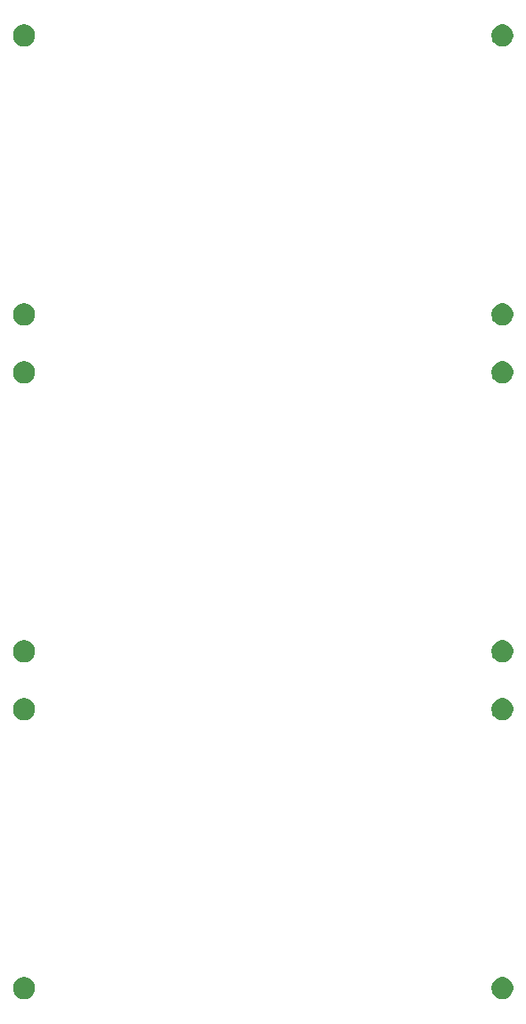
<source format=gbr>
G04 #@! TF.GenerationSoftware,KiCad,Pcbnew,5.1.5+dfsg1-2build2*
G04 #@! TF.CreationDate,2022-03-04T19:21:09-05:00*
G04 #@! TF.ProjectId,,58585858-5858-4585-9858-585858585858,rev?*
G04 #@! TF.SameCoordinates,Original*
G04 #@! TF.FileFunction,Soldermask,Bot*
G04 #@! TF.FilePolarity,Negative*
%FSLAX46Y46*%
G04 Gerber Fmt 4.6, Leading zero omitted, Abs format (unit mm)*
G04 Created by KiCad (PCBNEW 5.1.5+dfsg1-2build2) date 2022-03-04 19:21:09*
%MOMM*%
%LPD*%
G04 APERTURE LIST*
%ADD10C,0.100000*%
G04 APERTURE END LIST*
D10*
G36*
X90013416Y-139958959D02*
G01*
X90204592Y-140038147D01*
X90204594Y-140038148D01*
X90376648Y-140153111D01*
X90522969Y-140299432D01*
X90637933Y-140471488D01*
X90717121Y-140662664D01*
X90757490Y-140865614D01*
X90757490Y-141072546D01*
X90717121Y-141275496D01*
X90637933Y-141466672D01*
X90637932Y-141466674D01*
X90522969Y-141638728D01*
X90376648Y-141785049D01*
X90204594Y-141900012D01*
X90204593Y-141900013D01*
X90204592Y-141900013D01*
X90013416Y-141979201D01*
X89810466Y-142019570D01*
X89603534Y-142019570D01*
X89400584Y-141979201D01*
X89209408Y-141900013D01*
X89209407Y-141900013D01*
X89209406Y-141900012D01*
X89037352Y-141785049D01*
X88891031Y-141638728D01*
X88776068Y-141466674D01*
X88776067Y-141466672D01*
X88696879Y-141275496D01*
X88656510Y-141072546D01*
X88656510Y-140865614D01*
X88696879Y-140662664D01*
X88776067Y-140471488D01*
X88891031Y-140299432D01*
X89037352Y-140153111D01*
X89209406Y-140038148D01*
X89209408Y-140038147D01*
X89400584Y-139958959D01*
X89603534Y-139918590D01*
X89810466Y-139918590D01*
X90013416Y-139958959D01*
G37*
G36*
X135513416Y-139958959D02*
G01*
X135704592Y-140038147D01*
X135704594Y-140038148D01*
X135876648Y-140153111D01*
X136022969Y-140299432D01*
X136137933Y-140471488D01*
X136217121Y-140662664D01*
X136257490Y-140865614D01*
X136257490Y-141072546D01*
X136217121Y-141275496D01*
X136137933Y-141466672D01*
X136137932Y-141466674D01*
X136022969Y-141638728D01*
X135876648Y-141785049D01*
X135704594Y-141900012D01*
X135704593Y-141900013D01*
X135704592Y-141900013D01*
X135513416Y-141979201D01*
X135310466Y-142019570D01*
X135103534Y-142019570D01*
X134900584Y-141979201D01*
X134709408Y-141900013D01*
X134709407Y-141900013D01*
X134709406Y-141900012D01*
X134537352Y-141785049D01*
X134391031Y-141638728D01*
X134276068Y-141466674D01*
X134276067Y-141466672D01*
X134196879Y-141275496D01*
X134156510Y-141072546D01*
X134156510Y-140865614D01*
X134196879Y-140662664D01*
X134276067Y-140471488D01*
X134391031Y-140299432D01*
X134537352Y-140153111D01*
X134709406Y-140038148D01*
X134709408Y-140038147D01*
X134900584Y-139958959D01*
X135103534Y-139918590D01*
X135310466Y-139918590D01*
X135513416Y-139958959D01*
G37*
G36*
X90013416Y-113458959D02*
G01*
X90204592Y-113538147D01*
X90204594Y-113538148D01*
X90376648Y-113653111D01*
X90522969Y-113799432D01*
X90637933Y-113971488D01*
X90717121Y-114162664D01*
X90757490Y-114365614D01*
X90757490Y-114572546D01*
X90717121Y-114775496D01*
X90637933Y-114966672D01*
X90637932Y-114966674D01*
X90522969Y-115138728D01*
X90376648Y-115285049D01*
X90204594Y-115400012D01*
X90204593Y-115400013D01*
X90204592Y-115400013D01*
X90013416Y-115479201D01*
X89810466Y-115519570D01*
X89603534Y-115519570D01*
X89400584Y-115479201D01*
X89209408Y-115400013D01*
X89209407Y-115400013D01*
X89209406Y-115400012D01*
X89037352Y-115285049D01*
X88891031Y-115138728D01*
X88776068Y-114966674D01*
X88776067Y-114966672D01*
X88696879Y-114775496D01*
X88656510Y-114572546D01*
X88656510Y-114365614D01*
X88696879Y-114162664D01*
X88776067Y-113971488D01*
X88891031Y-113799432D01*
X89037352Y-113653111D01*
X89209406Y-113538148D01*
X89209408Y-113538147D01*
X89400584Y-113458959D01*
X89603534Y-113418590D01*
X89810466Y-113418590D01*
X90013416Y-113458959D01*
G37*
G36*
X135513416Y-113458959D02*
G01*
X135704592Y-113538147D01*
X135704594Y-113538148D01*
X135876648Y-113653111D01*
X136022969Y-113799432D01*
X136137933Y-113971488D01*
X136217121Y-114162664D01*
X136257490Y-114365614D01*
X136257490Y-114572546D01*
X136217121Y-114775496D01*
X136137933Y-114966672D01*
X136137932Y-114966674D01*
X136022969Y-115138728D01*
X135876648Y-115285049D01*
X135704594Y-115400012D01*
X135704593Y-115400013D01*
X135704592Y-115400013D01*
X135513416Y-115479201D01*
X135310466Y-115519570D01*
X135103534Y-115519570D01*
X134900584Y-115479201D01*
X134709408Y-115400013D01*
X134709407Y-115400013D01*
X134709406Y-115400012D01*
X134537352Y-115285049D01*
X134391031Y-115138728D01*
X134276068Y-114966674D01*
X134276067Y-114966672D01*
X134196879Y-114775496D01*
X134156510Y-114572546D01*
X134156510Y-114365614D01*
X134196879Y-114162664D01*
X134276067Y-113971488D01*
X134391031Y-113799432D01*
X134537352Y-113653111D01*
X134709406Y-113538148D01*
X134709408Y-113538147D01*
X134900584Y-113458959D01*
X135103534Y-113418590D01*
X135310466Y-113418590D01*
X135513416Y-113458959D01*
G37*
G36*
X135513416Y-107958959D02*
G01*
X135704592Y-108038147D01*
X135704594Y-108038148D01*
X135876648Y-108153111D01*
X136022969Y-108299432D01*
X136137933Y-108471488D01*
X136217121Y-108662664D01*
X136257490Y-108865614D01*
X136257490Y-109072546D01*
X136217121Y-109275496D01*
X136137933Y-109466672D01*
X136137932Y-109466674D01*
X136022969Y-109638728D01*
X135876648Y-109785049D01*
X135704594Y-109900012D01*
X135704593Y-109900013D01*
X135704592Y-109900013D01*
X135513416Y-109979201D01*
X135310466Y-110019570D01*
X135103534Y-110019570D01*
X134900584Y-109979201D01*
X134709408Y-109900013D01*
X134709407Y-109900013D01*
X134709406Y-109900012D01*
X134537352Y-109785049D01*
X134391031Y-109638728D01*
X134276068Y-109466674D01*
X134276067Y-109466672D01*
X134196879Y-109275496D01*
X134156510Y-109072546D01*
X134156510Y-108865614D01*
X134196879Y-108662664D01*
X134276067Y-108471488D01*
X134391031Y-108299432D01*
X134537352Y-108153111D01*
X134709406Y-108038148D01*
X134709408Y-108038147D01*
X134900584Y-107958959D01*
X135103534Y-107918590D01*
X135310466Y-107918590D01*
X135513416Y-107958959D01*
G37*
G36*
X90013416Y-107958959D02*
G01*
X90204592Y-108038147D01*
X90204594Y-108038148D01*
X90376648Y-108153111D01*
X90522969Y-108299432D01*
X90637933Y-108471488D01*
X90717121Y-108662664D01*
X90757490Y-108865614D01*
X90757490Y-109072546D01*
X90717121Y-109275496D01*
X90637933Y-109466672D01*
X90637932Y-109466674D01*
X90522969Y-109638728D01*
X90376648Y-109785049D01*
X90204594Y-109900012D01*
X90204593Y-109900013D01*
X90204592Y-109900013D01*
X90013416Y-109979201D01*
X89810466Y-110019570D01*
X89603534Y-110019570D01*
X89400584Y-109979201D01*
X89209408Y-109900013D01*
X89209407Y-109900013D01*
X89209406Y-109900012D01*
X89037352Y-109785049D01*
X88891031Y-109638728D01*
X88776068Y-109466674D01*
X88776067Y-109466672D01*
X88696879Y-109275496D01*
X88656510Y-109072546D01*
X88656510Y-108865614D01*
X88696879Y-108662664D01*
X88776067Y-108471488D01*
X88891031Y-108299432D01*
X89037352Y-108153111D01*
X89209406Y-108038148D01*
X89209408Y-108038147D01*
X89400584Y-107958959D01*
X89603534Y-107918590D01*
X89810466Y-107918590D01*
X90013416Y-107958959D01*
G37*
G36*
X90013416Y-81458959D02*
G01*
X90204592Y-81538147D01*
X90204594Y-81538148D01*
X90376648Y-81653111D01*
X90522969Y-81799432D01*
X90637933Y-81971488D01*
X90717121Y-82162664D01*
X90757490Y-82365614D01*
X90757490Y-82572546D01*
X90717121Y-82775496D01*
X90637933Y-82966672D01*
X90637932Y-82966674D01*
X90522969Y-83138728D01*
X90376648Y-83285049D01*
X90204594Y-83400012D01*
X90204593Y-83400013D01*
X90204592Y-83400013D01*
X90013416Y-83479201D01*
X89810466Y-83519570D01*
X89603534Y-83519570D01*
X89400584Y-83479201D01*
X89209408Y-83400013D01*
X89209407Y-83400013D01*
X89209406Y-83400012D01*
X89037352Y-83285049D01*
X88891031Y-83138728D01*
X88776068Y-82966674D01*
X88776067Y-82966672D01*
X88696879Y-82775496D01*
X88656510Y-82572546D01*
X88656510Y-82365614D01*
X88696879Y-82162664D01*
X88776067Y-81971488D01*
X88891031Y-81799432D01*
X89037352Y-81653111D01*
X89209406Y-81538148D01*
X89209408Y-81538147D01*
X89400584Y-81458959D01*
X89603534Y-81418590D01*
X89810466Y-81418590D01*
X90013416Y-81458959D01*
G37*
G36*
X135513416Y-81458959D02*
G01*
X135704592Y-81538147D01*
X135704594Y-81538148D01*
X135876648Y-81653111D01*
X136022969Y-81799432D01*
X136137933Y-81971488D01*
X136217121Y-82162664D01*
X136257490Y-82365614D01*
X136257490Y-82572546D01*
X136217121Y-82775496D01*
X136137933Y-82966672D01*
X136137932Y-82966674D01*
X136022969Y-83138728D01*
X135876648Y-83285049D01*
X135704594Y-83400012D01*
X135704593Y-83400013D01*
X135704592Y-83400013D01*
X135513416Y-83479201D01*
X135310466Y-83519570D01*
X135103534Y-83519570D01*
X134900584Y-83479201D01*
X134709408Y-83400013D01*
X134709407Y-83400013D01*
X134709406Y-83400012D01*
X134537352Y-83285049D01*
X134391031Y-83138728D01*
X134276068Y-82966674D01*
X134276067Y-82966672D01*
X134196879Y-82775496D01*
X134156510Y-82572546D01*
X134156510Y-82365614D01*
X134196879Y-82162664D01*
X134276067Y-81971488D01*
X134391031Y-81799432D01*
X134537352Y-81653111D01*
X134709406Y-81538148D01*
X134709408Y-81538147D01*
X134900584Y-81458959D01*
X135103534Y-81418590D01*
X135310466Y-81418590D01*
X135513416Y-81458959D01*
G37*
G36*
X90013416Y-75958959D02*
G01*
X90204592Y-76038147D01*
X90204594Y-76038148D01*
X90376648Y-76153111D01*
X90522969Y-76299432D01*
X90637933Y-76471488D01*
X90717121Y-76662664D01*
X90757490Y-76865614D01*
X90757490Y-77072546D01*
X90717121Y-77275496D01*
X90637933Y-77466672D01*
X90637932Y-77466674D01*
X90522969Y-77638728D01*
X90376648Y-77785049D01*
X90204594Y-77900012D01*
X90204593Y-77900013D01*
X90204592Y-77900013D01*
X90013416Y-77979201D01*
X89810466Y-78019570D01*
X89603534Y-78019570D01*
X89400584Y-77979201D01*
X89209408Y-77900013D01*
X89209407Y-77900013D01*
X89209406Y-77900012D01*
X89037352Y-77785049D01*
X88891031Y-77638728D01*
X88776068Y-77466674D01*
X88776067Y-77466672D01*
X88696879Y-77275496D01*
X88656510Y-77072546D01*
X88656510Y-76865614D01*
X88696879Y-76662664D01*
X88776067Y-76471488D01*
X88891031Y-76299432D01*
X89037352Y-76153111D01*
X89209406Y-76038148D01*
X89209408Y-76038147D01*
X89400584Y-75958959D01*
X89603534Y-75918590D01*
X89810466Y-75918590D01*
X90013416Y-75958959D01*
G37*
G36*
X135513416Y-75958959D02*
G01*
X135704592Y-76038147D01*
X135704594Y-76038148D01*
X135876648Y-76153111D01*
X136022969Y-76299432D01*
X136137933Y-76471488D01*
X136217121Y-76662664D01*
X136257490Y-76865614D01*
X136257490Y-77072546D01*
X136217121Y-77275496D01*
X136137933Y-77466672D01*
X136137932Y-77466674D01*
X136022969Y-77638728D01*
X135876648Y-77785049D01*
X135704594Y-77900012D01*
X135704593Y-77900013D01*
X135704592Y-77900013D01*
X135513416Y-77979201D01*
X135310466Y-78019570D01*
X135103534Y-78019570D01*
X134900584Y-77979201D01*
X134709408Y-77900013D01*
X134709407Y-77900013D01*
X134709406Y-77900012D01*
X134537352Y-77785049D01*
X134391031Y-77638728D01*
X134276068Y-77466674D01*
X134276067Y-77466672D01*
X134196879Y-77275496D01*
X134156510Y-77072546D01*
X134156510Y-76865614D01*
X134196879Y-76662664D01*
X134276067Y-76471488D01*
X134391031Y-76299432D01*
X134537352Y-76153111D01*
X134709406Y-76038148D01*
X134709408Y-76038147D01*
X134900584Y-75958959D01*
X135103534Y-75918590D01*
X135310466Y-75918590D01*
X135513416Y-75958959D01*
G37*
G36*
X90013416Y-49458959D02*
G01*
X90204592Y-49538147D01*
X90204594Y-49538148D01*
X90376648Y-49653111D01*
X90522969Y-49799432D01*
X90637933Y-49971488D01*
X90717121Y-50162664D01*
X90757490Y-50365614D01*
X90757490Y-50572546D01*
X90717121Y-50775496D01*
X90637933Y-50966672D01*
X90637932Y-50966674D01*
X90522969Y-51138728D01*
X90376648Y-51285049D01*
X90204594Y-51400012D01*
X90204593Y-51400013D01*
X90204592Y-51400013D01*
X90013416Y-51479201D01*
X89810466Y-51519570D01*
X89603534Y-51519570D01*
X89400584Y-51479201D01*
X89209408Y-51400013D01*
X89209407Y-51400013D01*
X89209406Y-51400012D01*
X89037352Y-51285049D01*
X88891031Y-51138728D01*
X88776068Y-50966674D01*
X88776067Y-50966672D01*
X88696879Y-50775496D01*
X88656510Y-50572546D01*
X88656510Y-50365614D01*
X88696879Y-50162664D01*
X88776067Y-49971488D01*
X88891031Y-49799432D01*
X89037352Y-49653111D01*
X89209406Y-49538148D01*
X89209408Y-49538147D01*
X89400584Y-49458959D01*
X89603534Y-49418590D01*
X89810466Y-49418590D01*
X90013416Y-49458959D01*
G37*
G36*
X135513416Y-49458959D02*
G01*
X135704592Y-49538147D01*
X135704594Y-49538148D01*
X135876648Y-49653111D01*
X136022969Y-49799432D01*
X136137933Y-49971488D01*
X136217121Y-50162664D01*
X136257490Y-50365614D01*
X136257490Y-50572546D01*
X136217121Y-50775496D01*
X136137933Y-50966672D01*
X136137932Y-50966674D01*
X136022969Y-51138728D01*
X135876648Y-51285049D01*
X135704594Y-51400012D01*
X135704593Y-51400013D01*
X135704592Y-51400013D01*
X135513416Y-51479201D01*
X135310466Y-51519570D01*
X135103534Y-51519570D01*
X134900584Y-51479201D01*
X134709408Y-51400013D01*
X134709407Y-51400013D01*
X134709406Y-51400012D01*
X134537352Y-51285049D01*
X134391031Y-51138728D01*
X134276068Y-50966674D01*
X134276067Y-50966672D01*
X134196879Y-50775496D01*
X134156510Y-50572546D01*
X134156510Y-50365614D01*
X134196879Y-50162664D01*
X134276067Y-49971488D01*
X134391031Y-49799432D01*
X134537352Y-49653111D01*
X134709406Y-49538148D01*
X134709408Y-49538147D01*
X134900584Y-49458959D01*
X135103534Y-49418590D01*
X135310466Y-49418590D01*
X135513416Y-49458959D01*
G37*
M02*

</source>
